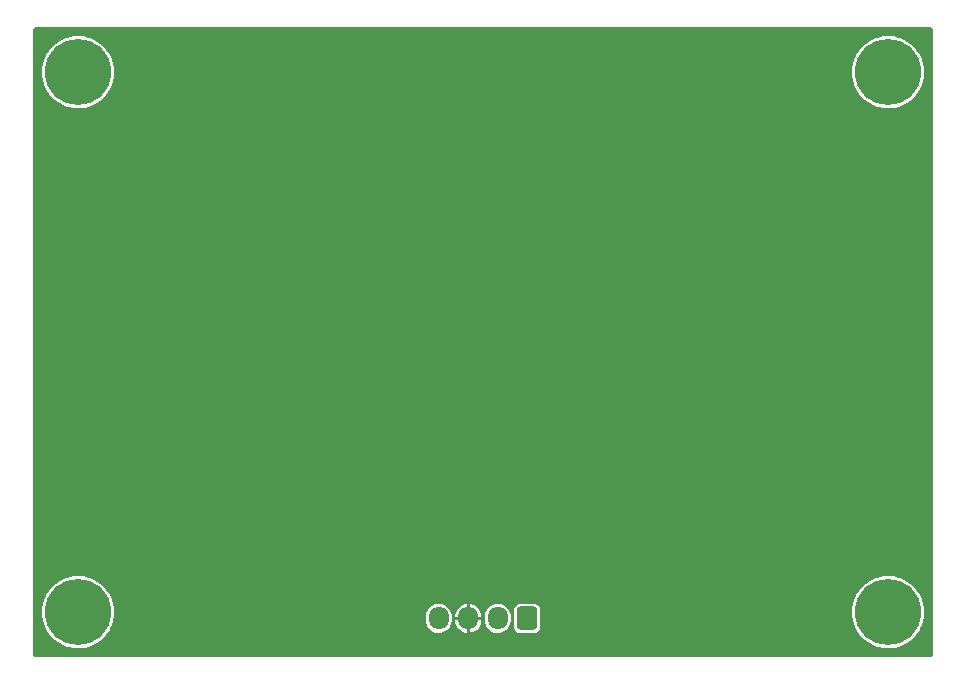
<source format=gbr>
%TF.GenerationSoftware,KiCad,Pcbnew,6.0.2+dfsg-1*%
%TF.CreationDate,2023-01-22T10:21:04-05:00*%
%TF.ProjectId,dragon-light-panel,64726167-6f6e-42d6-9c69-6768742d7061,rev?*%
%TF.SameCoordinates,Original*%
%TF.FileFunction,Copper,L2,Bot*%
%TF.FilePolarity,Positive*%
%FSLAX46Y46*%
G04 Gerber Fmt 4.6, Leading zero omitted, Abs format (unit mm)*
G04 Created by KiCad (PCBNEW 6.0.2+dfsg-1) date 2023-01-22 10:21:04*
%MOMM*%
%LPD*%
G01*
G04 APERTURE LIST*
G04 Aperture macros list*
%AMRoundRect*
0 Rectangle with rounded corners*
0 $1 Rounding radius*
0 $2 $3 $4 $5 $6 $7 $8 $9 X,Y pos of 4 corners*
0 Add a 4 corners polygon primitive as box body*
4,1,4,$2,$3,$4,$5,$6,$7,$8,$9,$2,$3,0*
0 Add four circle primitives for the rounded corners*
1,1,$1+$1,$2,$3*
1,1,$1+$1,$4,$5*
1,1,$1+$1,$6,$7*
1,1,$1+$1,$8,$9*
0 Add four rect primitives between the rounded corners*
20,1,$1+$1,$2,$3,$4,$5,0*
20,1,$1+$1,$4,$5,$6,$7,0*
20,1,$1+$1,$6,$7,$8,$9,0*
20,1,$1+$1,$8,$9,$2,$3,0*%
G04 Aperture macros list end*
%TA.AperFunction,ComponentPad*%
%ADD10C,5.600000*%
%TD*%
%TA.AperFunction,ComponentPad*%
%ADD11RoundRect,0.250000X0.600000X0.725000X-0.600000X0.725000X-0.600000X-0.725000X0.600000X-0.725000X0*%
%TD*%
%TA.AperFunction,ComponentPad*%
%ADD12O,1.700000X1.950000*%
%TD*%
G04 APERTURE END LIST*
D10*
%TO.P,H3,1,1*%
%TO.N,N/C*%
X55880000Y-43180000D03*
%TD*%
%TO.P,H2,1,1*%
%TO.N,N/C*%
X55880000Y-88900000D03*
%TD*%
%TO.P,H1,1,1*%
%TO.N,N/C*%
X124460000Y-43180000D03*
%TD*%
%TO.P,H4,1,1*%
%TO.N,N/C*%
X124460000Y-88900000D03*
%TD*%
D11*
%TO.P,J1,1,Pin_1*%
%TO.N,BANK_1*%
X93920000Y-89425000D03*
D12*
%TO.P,J1,2,Pin_2*%
%TO.N,+12V*%
X91420000Y-89425000D03*
%TO.P,J1,3,Pin_3*%
%TO.N,GND*%
X88920000Y-89425000D03*
%TO.P,J1,4,Pin_4*%
%TO.N,BANK_2*%
X86420000Y-89425000D03*
%TD*%
%TA.AperFunction,Conductor*%
%TO.N,GND*%
G36*
X128028171Y-39372421D02*
G01*
X128088622Y-39384446D01*
X128134042Y-39403260D01*
X128174766Y-39430471D01*
X128209529Y-39465234D01*
X128236740Y-39505958D01*
X128255554Y-39551378D01*
X128267579Y-39611829D01*
X128270000Y-39636411D01*
X128270000Y-92443589D01*
X128267579Y-92468171D01*
X128255554Y-92528622D01*
X128236740Y-92574042D01*
X128209529Y-92614766D01*
X128174766Y-92649529D01*
X128134042Y-92676740D01*
X128088622Y-92695554D01*
X128028171Y-92707579D01*
X128003589Y-92710000D01*
X52336411Y-92710000D01*
X52311829Y-92707579D01*
X52251378Y-92695554D01*
X52205958Y-92676740D01*
X52165234Y-92649529D01*
X52130471Y-92614766D01*
X52103260Y-92574042D01*
X52084446Y-92528622D01*
X52072421Y-92468171D01*
X52070000Y-92443589D01*
X52070000Y-88857285D01*
X52820985Y-88857285D01*
X52835288Y-89198537D01*
X52887540Y-89536067D01*
X52888462Y-89539459D01*
X52888462Y-89539461D01*
X52904819Y-89599666D01*
X52977091Y-89865669D01*
X52978381Y-89868928D01*
X52978383Y-89868933D01*
X53056266Y-90065640D01*
X53102825Y-90183235D01*
X53104470Y-90186329D01*
X53104471Y-90186331D01*
X53248008Y-90456285D01*
X53263173Y-90484807D01*
X53265163Y-90487713D01*
X53265164Y-90487715D01*
X53454147Y-90763718D01*
X53454152Y-90763724D01*
X53456138Y-90766625D01*
X53679314Y-91025177D01*
X53929921Y-91257241D01*
X54204833Y-91459924D01*
X54207870Y-91461678D01*
X54207874Y-91461680D01*
X54322444Y-91527827D01*
X54500624Y-91630699D01*
X54623621Y-91684435D01*
X54810388Y-91766032D01*
X54810391Y-91766033D01*
X54813609Y-91767439D01*
X54816966Y-91768478D01*
X54816971Y-91768480D01*
X54952639Y-91810476D01*
X55139885Y-91868438D01*
X55475386Y-91932439D01*
X55730610Y-91952077D01*
X55812434Y-91958373D01*
X55812435Y-91958373D01*
X55815931Y-91958642D01*
X56022793Y-91951418D01*
X56153758Y-91946845D01*
X56153763Y-91946845D01*
X56157273Y-91946722D01*
X56326216Y-91921775D01*
X56491681Y-91897341D01*
X56491686Y-91897340D01*
X56495160Y-91896827D01*
X56498552Y-91895931D01*
X56498556Y-91895930D01*
X56821989Y-91810476D01*
X56821990Y-91810476D01*
X56825380Y-91809580D01*
X57143816Y-91686066D01*
X57446499Y-91527827D01*
X57729658Y-91336834D01*
X57820729Y-91259327D01*
X57987089Y-91117743D01*
X57987090Y-91117742D01*
X57989762Y-91115468D01*
X58077058Y-91022507D01*
X58221159Y-90869056D01*
X58221163Y-90869051D01*
X58223570Y-90866488D01*
X58225675Y-90863674D01*
X58225681Y-90863667D01*
X58422763Y-90600221D01*
X58428167Y-90592998D01*
X58449984Y-90555813D01*
X58547321Y-90389904D01*
X58601003Y-90298406D01*
X58626121Y-90241990D01*
X58738492Y-89989600D01*
X58738494Y-89989595D01*
X58739924Y-89986383D01*
X58843199Y-89660820D01*
X58854715Y-89602659D01*
X85315500Y-89602659D01*
X85330493Y-89759806D01*
X85389823Y-89962042D01*
X85404016Y-89989600D01*
X85443180Y-90065640D01*
X85486324Y-90149410D01*
X85512894Y-90183235D01*
X85612808Y-90310432D01*
X85612812Y-90310436D01*
X85616514Y-90315149D01*
X85621044Y-90319080D01*
X85621045Y-90319081D01*
X85771165Y-90449350D01*
X85771170Y-90449354D01*
X85775696Y-90453281D01*
X85958126Y-90558819D01*
X86157222Y-90627957D01*
X86163155Y-90628817D01*
X86163158Y-90628818D01*
X86359860Y-90657338D01*
X86359863Y-90657338D01*
X86365800Y-90658199D01*
X86576333Y-90648455D01*
X86582157Y-90647051D01*
X86582160Y-90647051D01*
X86775393Y-90600482D01*
X86775395Y-90600481D01*
X86781226Y-90599076D01*
X86786684Y-90596594D01*
X86786688Y-90596593D01*
X86964414Y-90515785D01*
X86973084Y-90511843D01*
X87144986Y-90389904D01*
X87290728Y-90237660D01*
X87344666Y-90154125D01*
X87401800Y-90065640D01*
X87401801Y-90065637D01*
X87405052Y-90060603D01*
X87483834Y-89865122D01*
X87524229Y-89658271D01*
X87524500Y-89652730D01*
X87524500Y-89599644D01*
X87816000Y-89599644D01*
X87816285Y-89605621D01*
X87830416Y-89753734D01*
X87832676Y-89765472D01*
X87888598Y-89956091D01*
X87893039Y-89967194D01*
X87984000Y-90143807D01*
X87990450Y-90153853D01*
X88113171Y-90310086D01*
X88121408Y-90318735D01*
X88271457Y-90448940D01*
X88281183Y-90455877D01*
X88453139Y-90555357D01*
X88464003Y-90560331D01*
X88651676Y-90625502D01*
X88663278Y-90628330D01*
X88775071Y-90644539D01*
X88789007Y-90642553D01*
X88792349Y-90631197D01*
X89047000Y-90631197D01*
X89051475Y-90646436D01*
X89051689Y-90646622D01*
X89062007Y-90648618D01*
X89070273Y-90648235D01*
X89082090Y-90646554D01*
X89275229Y-90600007D01*
X89286524Y-90596118D01*
X89467379Y-90513888D01*
X89477721Y-90507941D01*
X89639772Y-90392990D01*
X89648800Y-90385197D01*
X89786189Y-90241679D01*
X89793585Y-90232314D01*
X89901354Y-90065410D01*
X89906850Y-90054806D01*
X89981108Y-89870548D01*
X89984502Y-89859089D01*
X90022861Y-89662668D01*
X90023934Y-89653832D01*
X90024000Y-89651129D01*
X90024000Y-89602659D01*
X90315500Y-89602659D01*
X90330493Y-89759806D01*
X90389823Y-89962042D01*
X90404016Y-89989600D01*
X90443180Y-90065640D01*
X90486324Y-90149410D01*
X90512894Y-90183235D01*
X90612808Y-90310432D01*
X90612812Y-90310436D01*
X90616514Y-90315149D01*
X90621044Y-90319080D01*
X90621045Y-90319081D01*
X90771165Y-90449350D01*
X90771170Y-90449354D01*
X90775696Y-90453281D01*
X90958126Y-90558819D01*
X91157222Y-90627957D01*
X91163155Y-90628817D01*
X91163158Y-90628818D01*
X91359860Y-90657338D01*
X91359863Y-90657338D01*
X91365800Y-90658199D01*
X91576333Y-90648455D01*
X91582157Y-90647051D01*
X91582160Y-90647051D01*
X91775393Y-90600482D01*
X91775395Y-90600481D01*
X91781226Y-90599076D01*
X91786684Y-90596594D01*
X91786688Y-90596593D01*
X91964414Y-90515785D01*
X91973084Y-90511843D01*
X92144986Y-90389904D01*
X92290728Y-90237660D01*
X92316494Y-90197756D01*
X92815500Y-90197756D01*
X92822202Y-90259448D01*
X92872929Y-90394764D01*
X92878309Y-90401943D01*
X92878311Y-90401946D01*
X92916785Y-90453281D01*
X92959596Y-90510404D01*
X92966776Y-90515785D01*
X93068054Y-90591689D01*
X93068057Y-90591691D01*
X93075236Y-90597071D01*
X93159922Y-90628818D01*
X93203157Y-90645026D01*
X93203159Y-90645026D01*
X93210552Y-90647798D01*
X93218402Y-90648651D01*
X93218403Y-90648651D01*
X93219149Y-90648732D01*
X93272244Y-90654500D01*
X94567756Y-90654500D01*
X94620851Y-90648732D01*
X94621597Y-90648651D01*
X94621598Y-90648651D01*
X94629448Y-90647798D01*
X94636841Y-90645026D01*
X94636843Y-90645026D01*
X94680078Y-90628818D01*
X94764764Y-90597071D01*
X94771943Y-90591691D01*
X94771946Y-90591689D01*
X94873224Y-90515785D01*
X94880404Y-90510404D01*
X94923215Y-90453281D01*
X94961689Y-90401946D01*
X94961691Y-90401943D01*
X94967071Y-90394764D01*
X95017798Y-90259448D01*
X95024500Y-90197756D01*
X95024500Y-88857285D01*
X121400985Y-88857285D01*
X121415288Y-89198537D01*
X121467540Y-89536067D01*
X121468462Y-89539459D01*
X121468462Y-89539461D01*
X121484819Y-89599666D01*
X121557091Y-89865669D01*
X121558381Y-89868928D01*
X121558383Y-89868933D01*
X121636266Y-90065640D01*
X121682825Y-90183235D01*
X121684470Y-90186329D01*
X121684471Y-90186331D01*
X121828008Y-90456285D01*
X121843173Y-90484807D01*
X121845163Y-90487713D01*
X121845164Y-90487715D01*
X122034147Y-90763718D01*
X122034152Y-90763724D01*
X122036138Y-90766625D01*
X122259314Y-91025177D01*
X122509921Y-91257241D01*
X122784833Y-91459924D01*
X122787870Y-91461678D01*
X122787874Y-91461680D01*
X122902444Y-91527827D01*
X123080624Y-91630699D01*
X123203621Y-91684435D01*
X123390388Y-91766032D01*
X123390391Y-91766033D01*
X123393609Y-91767439D01*
X123396966Y-91768478D01*
X123396971Y-91768480D01*
X123532639Y-91810476D01*
X123719885Y-91868438D01*
X124055386Y-91932439D01*
X124310610Y-91952077D01*
X124392434Y-91958373D01*
X124392435Y-91958373D01*
X124395931Y-91958642D01*
X124602793Y-91951418D01*
X124733758Y-91946845D01*
X124733763Y-91946845D01*
X124737273Y-91946722D01*
X124906216Y-91921775D01*
X125071681Y-91897341D01*
X125071686Y-91897340D01*
X125075160Y-91896827D01*
X125078552Y-91895931D01*
X125078556Y-91895930D01*
X125401989Y-91810476D01*
X125401990Y-91810476D01*
X125405380Y-91809580D01*
X125723816Y-91686066D01*
X126026499Y-91527827D01*
X126309658Y-91336834D01*
X126400729Y-91259327D01*
X126567089Y-91117743D01*
X126567090Y-91117742D01*
X126569762Y-91115468D01*
X126657058Y-91022507D01*
X126801159Y-90869056D01*
X126801163Y-90869051D01*
X126803570Y-90866488D01*
X126805675Y-90863674D01*
X126805681Y-90863667D01*
X127002763Y-90600221D01*
X127008167Y-90592998D01*
X127029984Y-90555813D01*
X127127321Y-90389904D01*
X127181003Y-90298406D01*
X127206121Y-90241990D01*
X127318492Y-89989600D01*
X127318494Y-89989595D01*
X127319924Y-89986383D01*
X127423199Y-89660820D01*
X127489540Y-89325774D01*
X127517659Y-88990911D01*
X127517937Y-88987605D01*
X127517938Y-88987594D01*
X127518120Y-88985421D01*
X127518204Y-88979452D01*
X127519283Y-88902178D01*
X127519283Y-88902166D01*
X127519313Y-88900000D01*
X127518973Y-88893909D01*
X127502012Y-88590552D01*
X127500247Y-88558982D01*
X127483000Y-88457010D01*
X127443874Y-88225683D01*
X127443873Y-88225678D01*
X127443287Y-88222214D01*
X127349143Y-87893894D01*
X127303365Y-87782829D01*
X127220326Y-87581359D01*
X127220322Y-87581351D01*
X127218988Y-87578114D01*
X127054445Y-87278811D01*
X127031168Y-87245813D01*
X126859595Y-87002594D01*
X126859594Y-87002593D01*
X126857564Y-86999715D01*
X126630799Y-86744303D01*
X126376977Y-86515761D01*
X126339916Y-86489228D01*
X126102129Y-86318989D01*
X126102122Y-86318985D01*
X126099262Y-86316937D01*
X125801115Y-86150308D01*
X125486251Y-86017951D01*
X125482882Y-86016960D01*
X125482878Y-86016958D01*
X125350990Y-85978141D01*
X125158597Y-85921517D01*
X125155138Y-85920907D01*
X125155129Y-85920905D01*
X124922591Y-85879903D01*
X124822235Y-85862208D01*
X124743811Y-85857274D01*
X124484876Y-85840983D01*
X124484870Y-85840983D01*
X124481358Y-85840762D01*
X124401603Y-85844663D01*
X124143722Y-85857274D01*
X124143713Y-85857275D01*
X124140215Y-85857446D01*
X124136747Y-85858008D01*
X124136744Y-85858008D01*
X123806532Y-85911491D01*
X123806529Y-85911492D01*
X123803057Y-85912054D01*
X123799670Y-85913000D01*
X123799664Y-85913001D01*
X123528941Y-85988589D01*
X123474088Y-86003904D01*
X123435947Y-86019314D01*
X123160672Y-86130532D01*
X123160668Y-86130534D01*
X123157408Y-86131851D01*
X123154321Y-86133520D01*
X123154317Y-86133522D01*
X123125793Y-86148945D01*
X122856963Y-86294301D01*
X122576499Y-86489228D01*
X122573857Y-86491541D01*
X122573853Y-86491544D01*
X122543498Y-86518118D01*
X122319511Y-86714204D01*
X122089202Y-86966425D01*
X121888444Y-87242745D01*
X121886702Y-87245811D01*
X121886701Y-87245813D01*
X121867956Y-87278811D01*
X121719737Y-87539722D01*
X121585186Y-87853653D01*
X121486467Y-88180627D01*
X121466538Y-88289213D01*
X121434525Y-88463640D01*
X121424811Y-88516566D01*
X121400985Y-88857285D01*
X95024500Y-88857285D01*
X95024500Y-88652244D01*
X95017798Y-88590552D01*
X94967071Y-88455236D01*
X94961691Y-88448057D01*
X94961689Y-88448054D01*
X94885785Y-88346776D01*
X94880404Y-88339596D01*
X94815804Y-88291181D01*
X94771946Y-88258311D01*
X94771943Y-88258309D01*
X94764764Y-88252929D01*
X94673732Y-88218803D01*
X94636843Y-88204974D01*
X94636841Y-88204974D01*
X94629448Y-88202202D01*
X94621598Y-88201349D01*
X94621597Y-88201349D01*
X94571153Y-88195869D01*
X94571152Y-88195869D01*
X94567756Y-88195500D01*
X93272244Y-88195500D01*
X93268848Y-88195869D01*
X93268847Y-88195869D01*
X93218403Y-88201349D01*
X93218402Y-88201349D01*
X93210552Y-88202202D01*
X93203159Y-88204974D01*
X93203157Y-88204974D01*
X93166268Y-88218803D01*
X93075236Y-88252929D01*
X93068057Y-88258309D01*
X93068054Y-88258311D01*
X93024196Y-88291181D01*
X92959596Y-88339596D01*
X92954215Y-88346776D01*
X92878311Y-88448054D01*
X92878309Y-88448057D01*
X92872929Y-88455236D01*
X92822202Y-88590552D01*
X92815500Y-88652244D01*
X92815500Y-90197756D01*
X92316494Y-90197756D01*
X92344666Y-90154125D01*
X92401800Y-90065640D01*
X92401801Y-90065637D01*
X92405052Y-90060603D01*
X92483834Y-89865122D01*
X92524229Y-89658271D01*
X92524500Y-89652730D01*
X92524500Y-89247341D01*
X92509507Y-89090194D01*
X92479411Y-88987605D01*
X92451868Y-88893722D01*
X92450177Y-88887958D01*
X92396939Y-88784590D01*
X92356422Y-88705921D01*
X92356420Y-88705918D01*
X92353676Y-88700590D01*
X92281198Y-88608321D01*
X92227192Y-88539568D01*
X92227188Y-88539564D01*
X92223486Y-88534851D01*
X92198431Y-88513109D01*
X92068835Y-88400650D01*
X92068830Y-88400646D01*
X92064304Y-88396719D01*
X91881874Y-88291181D01*
X91682778Y-88222043D01*
X91676845Y-88221183D01*
X91676842Y-88221182D01*
X91480140Y-88192662D01*
X91480137Y-88192662D01*
X91474200Y-88191801D01*
X91263667Y-88201545D01*
X91257843Y-88202949D01*
X91257840Y-88202949D01*
X91064607Y-88249518D01*
X91064605Y-88249519D01*
X91058774Y-88250924D01*
X91053316Y-88253406D01*
X91053312Y-88253407D01*
X90938706Y-88305516D01*
X90866916Y-88338157D01*
X90695014Y-88460096D01*
X90549272Y-88612340D01*
X90546021Y-88617375D01*
X90488848Y-88705921D01*
X90434948Y-88789397D01*
X90356166Y-88984878D01*
X90315771Y-89191729D01*
X90315500Y-89197270D01*
X90315500Y-89602659D01*
X90024000Y-89602659D01*
X90024000Y-89570115D01*
X90019525Y-89554876D01*
X90018135Y-89553671D01*
X90010452Y-89552000D01*
X89065115Y-89552000D01*
X89049876Y-89556475D01*
X89048671Y-89557865D01*
X89047000Y-89565548D01*
X89047000Y-90631197D01*
X88792349Y-90631197D01*
X88793000Y-90628985D01*
X88793000Y-89570115D01*
X88788525Y-89554876D01*
X88787135Y-89553671D01*
X88779452Y-89552000D01*
X87834115Y-89552000D01*
X87818876Y-89556475D01*
X87817671Y-89557865D01*
X87816000Y-89565548D01*
X87816000Y-89599644D01*
X87524500Y-89599644D01*
X87524500Y-89279885D01*
X87816000Y-89279885D01*
X87820475Y-89295124D01*
X87821865Y-89296329D01*
X87829548Y-89298000D01*
X88774885Y-89298000D01*
X88790124Y-89293525D01*
X88791329Y-89292135D01*
X88793000Y-89284452D01*
X88793000Y-89279885D01*
X89047000Y-89279885D01*
X89051475Y-89295124D01*
X89052865Y-89296329D01*
X89060548Y-89298000D01*
X90005885Y-89298000D01*
X90021124Y-89293525D01*
X90022329Y-89292135D01*
X90024000Y-89284452D01*
X90024000Y-89250356D01*
X90023715Y-89244379D01*
X90009584Y-89096266D01*
X90007324Y-89084528D01*
X89951402Y-88893909D01*
X89946961Y-88882806D01*
X89856000Y-88706193D01*
X89849550Y-88696147D01*
X89726829Y-88539914D01*
X89718592Y-88531265D01*
X89568543Y-88401060D01*
X89558817Y-88394123D01*
X89386861Y-88294643D01*
X89375997Y-88289669D01*
X89188324Y-88224498D01*
X89176722Y-88221670D01*
X89064929Y-88205461D01*
X89050993Y-88207447D01*
X89047000Y-88221015D01*
X89047000Y-89279885D01*
X88793000Y-89279885D01*
X88793000Y-88218803D01*
X88788525Y-88203564D01*
X88788311Y-88203378D01*
X88777993Y-88201382D01*
X88769727Y-88201765D01*
X88757910Y-88203446D01*
X88564771Y-88249993D01*
X88553476Y-88253882D01*
X88372621Y-88336112D01*
X88362279Y-88342059D01*
X88200228Y-88457010D01*
X88191200Y-88464803D01*
X88053811Y-88608321D01*
X88046415Y-88617686D01*
X87938646Y-88784590D01*
X87933150Y-88795194D01*
X87858892Y-88979452D01*
X87855498Y-88990911D01*
X87817139Y-89187332D01*
X87816066Y-89196168D01*
X87816000Y-89198871D01*
X87816000Y-89279885D01*
X87524500Y-89279885D01*
X87524500Y-89247341D01*
X87509507Y-89090194D01*
X87479411Y-88987605D01*
X87451868Y-88893722D01*
X87450177Y-88887958D01*
X87396939Y-88784590D01*
X87356422Y-88705921D01*
X87356420Y-88705918D01*
X87353676Y-88700590D01*
X87281198Y-88608321D01*
X87227192Y-88539568D01*
X87227188Y-88539564D01*
X87223486Y-88534851D01*
X87198431Y-88513109D01*
X87068835Y-88400650D01*
X87068830Y-88400646D01*
X87064304Y-88396719D01*
X86881874Y-88291181D01*
X86682778Y-88222043D01*
X86676845Y-88221183D01*
X86676842Y-88221182D01*
X86480140Y-88192662D01*
X86480137Y-88192662D01*
X86474200Y-88191801D01*
X86263667Y-88201545D01*
X86257843Y-88202949D01*
X86257840Y-88202949D01*
X86064607Y-88249518D01*
X86064605Y-88249519D01*
X86058774Y-88250924D01*
X86053316Y-88253406D01*
X86053312Y-88253407D01*
X85938706Y-88305516D01*
X85866916Y-88338157D01*
X85695014Y-88460096D01*
X85549272Y-88612340D01*
X85546021Y-88617375D01*
X85488848Y-88705921D01*
X85434948Y-88789397D01*
X85356166Y-88984878D01*
X85315771Y-89191729D01*
X85315500Y-89197270D01*
X85315500Y-89602659D01*
X58854715Y-89602659D01*
X58909540Y-89325774D01*
X58937659Y-88990911D01*
X58937937Y-88987605D01*
X58937938Y-88987594D01*
X58938120Y-88985421D01*
X58938204Y-88979452D01*
X58939283Y-88902178D01*
X58939283Y-88902166D01*
X58939313Y-88900000D01*
X58938973Y-88893909D01*
X58922012Y-88590552D01*
X58920247Y-88558982D01*
X58903000Y-88457010D01*
X58863874Y-88225683D01*
X58863873Y-88225678D01*
X58863287Y-88222214D01*
X58769143Y-87893894D01*
X58723365Y-87782829D01*
X58640326Y-87581359D01*
X58640322Y-87581351D01*
X58638988Y-87578114D01*
X58474445Y-87278811D01*
X58451168Y-87245813D01*
X58279595Y-87002594D01*
X58279594Y-87002593D01*
X58277564Y-86999715D01*
X58050799Y-86744303D01*
X57796977Y-86515761D01*
X57759916Y-86489228D01*
X57522129Y-86318989D01*
X57522122Y-86318985D01*
X57519262Y-86316937D01*
X57221115Y-86150308D01*
X56906251Y-86017951D01*
X56902882Y-86016960D01*
X56902878Y-86016958D01*
X56770990Y-85978141D01*
X56578597Y-85921517D01*
X56575138Y-85920907D01*
X56575129Y-85920905D01*
X56342591Y-85879903D01*
X56242235Y-85862208D01*
X56163811Y-85857274D01*
X55904876Y-85840983D01*
X55904870Y-85840983D01*
X55901358Y-85840762D01*
X55821603Y-85844663D01*
X55563722Y-85857274D01*
X55563713Y-85857275D01*
X55560215Y-85857446D01*
X55556747Y-85858008D01*
X55556744Y-85858008D01*
X55226532Y-85911491D01*
X55226529Y-85911492D01*
X55223057Y-85912054D01*
X55219670Y-85913000D01*
X55219664Y-85913001D01*
X54948941Y-85988589D01*
X54894088Y-86003904D01*
X54855947Y-86019314D01*
X54580672Y-86130532D01*
X54580668Y-86130534D01*
X54577408Y-86131851D01*
X54574321Y-86133520D01*
X54574317Y-86133522D01*
X54545793Y-86148945D01*
X54276963Y-86294301D01*
X53996499Y-86489228D01*
X53993857Y-86491541D01*
X53993853Y-86491544D01*
X53963498Y-86518118D01*
X53739511Y-86714204D01*
X53509202Y-86966425D01*
X53308444Y-87242745D01*
X53306702Y-87245811D01*
X53306701Y-87245813D01*
X53287956Y-87278811D01*
X53139737Y-87539722D01*
X53005186Y-87853653D01*
X52906467Y-88180627D01*
X52886538Y-88289213D01*
X52854525Y-88463640D01*
X52844811Y-88516566D01*
X52820985Y-88857285D01*
X52070000Y-88857285D01*
X52070000Y-43137285D01*
X52820985Y-43137285D01*
X52835288Y-43478537D01*
X52887540Y-43816067D01*
X52977091Y-44145669D01*
X53102825Y-44463235D01*
X53104470Y-44466329D01*
X53104471Y-44466331D01*
X53165678Y-44581444D01*
X53263173Y-44764807D01*
X53265163Y-44767713D01*
X53265164Y-44767715D01*
X53454147Y-45043718D01*
X53454152Y-45043724D01*
X53456138Y-45046625D01*
X53679314Y-45305177D01*
X53929921Y-45537241D01*
X54204833Y-45739924D01*
X54207870Y-45741678D01*
X54207874Y-45741680D01*
X54322444Y-45807827D01*
X54500624Y-45910699D01*
X54623621Y-45964435D01*
X54810388Y-46046032D01*
X54810391Y-46046033D01*
X54813609Y-46047439D01*
X54816966Y-46048478D01*
X54816971Y-46048480D01*
X54952639Y-46090476D01*
X55139885Y-46148438D01*
X55475386Y-46212439D01*
X55730610Y-46232077D01*
X55812434Y-46238373D01*
X55812435Y-46238373D01*
X55815931Y-46238642D01*
X56022793Y-46231418D01*
X56153758Y-46226845D01*
X56153763Y-46226845D01*
X56157273Y-46226722D01*
X56326216Y-46201775D01*
X56491681Y-46177341D01*
X56491686Y-46177340D01*
X56495160Y-46176827D01*
X56498552Y-46175931D01*
X56498556Y-46175930D01*
X56821989Y-46090476D01*
X56821990Y-46090476D01*
X56825380Y-46089580D01*
X57143816Y-45966066D01*
X57446499Y-45807827D01*
X57729658Y-45616834D01*
X57820729Y-45539327D01*
X57987089Y-45397743D01*
X57987090Y-45397742D01*
X57989762Y-45395468D01*
X58077058Y-45302507D01*
X58221159Y-45149056D01*
X58221163Y-45149051D01*
X58223570Y-45146488D01*
X58225675Y-45143674D01*
X58225681Y-45143667D01*
X58426058Y-44875817D01*
X58428167Y-44872998D01*
X58601003Y-44578406D01*
X58739924Y-44266383D01*
X58843199Y-43940820D01*
X58909540Y-43605774D01*
X58938120Y-43265421D01*
X58939313Y-43180000D01*
X58936926Y-43137285D01*
X121400985Y-43137285D01*
X121415288Y-43478537D01*
X121467540Y-43816067D01*
X121557091Y-44145669D01*
X121682825Y-44463235D01*
X121684470Y-44466329D01*
X121684471Y-44466331D01*
X121745678Y-44581444D01*
X121843173Y-44764807D01*
X121845163Y-44767713D01*
X121845164Y-44767715D01*
X122034147Y-45043718D01*
X122034152Y-45043724D01*
X122036138Y-45046625D01*
X122259314Y-45305177D01*
X122509921Y-45537241D01*
X122784833Y-45739924D01*
X122787870Y-45741678D01*
X122787874Y-45741680D01*
X122902444Y-45807827D01*
X123080624Y-45910699D01*
X123203621Y-45964435D01*
X123390388Y-46046032D01*
X123390391Y-46046033D01*
X123393609Y-46047439D01*
X123396966Y-46048478D01*
X123396971Y-46048480D01*
X123532639Y-46090476D01*
X123719885Y-46148438D01*
X124055386Y-46212439D01*
X124310610Y-46232077D01*
X124392434Y-46238373D01*
X124392435Y-46238373D01*
X124395931Y-46238642D01*
X124602793Y-46231418D01*
X124733758Y-46226845D01*
X124733763Y-46226845D01*
X124737273Y-46226722D01*
X124906216Y-46201775D01*
X125071681Y-46177341D01*
X125071686Y-46177340D01*
X125075160Y-46176827D01*
X125078552Y-46175931D01*
X125078556Y-46175930D01*
X125401989Y-46090476D01*
X125401990Y-46090476D01*
X125405380Y-46089580D01*
X125723816Y-45966066D01*
X126026499Y-45807827D01*
X126309658Y-45616834D01*
X126400729Y-45539327D01*
X126567089Y-45397743D01*
X126567090Y-45397742D01*
X126569762Y-45395468D01*
X126657058Y-45302507D01*
X126801159Y-45149056D01*
X126801163Y-45149051D01*
X126803570Y-45146488D01*
X126805675Y-45143674D01*
X126805681Y-45143667D01*
X127006058Y-44875817D01*
X127008167Y-44872998D01*
X127181003Y-44578406D01*
X127319924Y-44266383D01*
X127423199Y-43940820D01*
X127489540Y-43605774D01*
X127518120Y-43265421D01*
X127519313Y-43180000D01*
X127516729Y-43133767D01*
X127500443Y-42842491D01*
X127500247Y-42838982D01*
X127443287Y-42502214D01*
X127349143Y-42173894D01*
X127303365Y-42062829D01*
X127220326Y-41861359D01*
X127220322Y-41861351D01*
X127218988Y-41858114D01*
X127054445Y-41558811D01*
X127031168Y-41525813D01*
X126859595Y-41282594D01*
X126859594Y-41282593D01*
X126857564Y-41279715D01*
X126630799Y-41024303D01*
X126376977Y-40795761D01*
X126339916Y-40769228D01*
X126102129Y-40598989D01*
X126102122Y-40598985D01*
X126099262Y-40596937D01*
X125801115Y-40430308D01*
X125486251Y-40297951D01*
X125482882Y-40296960D01*
X125482878Y-40296958D01*
X125350990Y-40258141D01*
X125158597Y-40201517D01*
X125155138Y-40200907D01*
X125155129Y-40200905D01*
X124922591Y-40159903D01*
X124822235Y-40142208D01*
X124743811Y-40137274D01*
X124484876Y-40120983D01*
X124484870Y-40120983D01*
X124481358Y-40120762D01*
X124401603Y-40124663D01*
X124143722Y-40137274D01*
X124143713Y-40137275D01*
X124140215Y-40137446D01*
X124136747Y-40138008D01*
X124136744Y-40138008D01*
X123806532Y-40191491D01*
X123806529Y-40191492D01*
X123803057Y-40192054D01*
X123799670Y-40193000D01*
X123799664Y-40193001D01*
X123528941Y-40268589D01*
X123474088Y-40283904D01*
X123435947Y-40299314D01*
X123160672Y-40410532D01*
X123160668Y-40410534D01*
X123157408Y-40411851D01*
X123154321Y-40413520D01*
X123154317Y-40413522D01*
X123125793Y-40428945D01*
X122856963Y-40574301D01*
X122576499Y-40769228D01*
X122573857Y-40771541D01*
X122573853Y-40771544D01*
X122543498Y-40798118D01*
X122319511Y-40994204D01*
X122089202Y-41246425D01*
X121888444Y-41522745D01*
X121886702Y-41525811D01*
X121886701Y-41525813D01*
X121867956Y-41558811D01*
X121719737Y-41819722D01*
X121585186Y-42133653D01*
X121486467Y-42460627D01*
X121424811Y-42796566D01*
X121400985Y-43137285D01*
X58936926Y-43137285D01*
X58936729Y-43133767D01*
X58920443Y-42842491D01*
X58920247Y-42838982D01*
X58863287Y-42502214D01*
X58769143Y-42173894D01*
X58723365Y-42062829D01*
X58640326Y-41861359D01*
X58640322Y-41861351D01*
X58638988Y-41858114D01*
X58474445Y-41558811D01*
X58451168Y-41525813D01*
X58279595Y-41282594D01*
X58279594Y-41282593D01*
X58277564Y-41279715D01*
X58050799Y-41024303D01*
X57796977Y-40795761D01*
X57759916Y-40769228D01*
X57522129Y-40598989D01*
X57522122Y-40598985D01*
X57519262Y-40596937D01*
X57221115Y-40430308D01*
X56906251Y-40297951D01*
X56902882Y-40296960D01*
X56902878Y-40296958D01*
X56770990Y-40258141D01*
X56578597Y-40201517D01*
X56575138Y-40200907D01*
X56575129Y-40200905D01*
X56342591Y-40159903D01*
X56242235Y-40142208D01*
X56163811Y-40137274D01*
X55904876Y-40120983D01*
X55904870Y-40120983D01*
X55901358Y-40120762D01*
X55821603Y-40124663D01*
X55563722Y-40137274D01*
X55563713Y-40137275D01*
X55560215Y-40137446D01*
X55556747Y-40138008D01*
X55556744Y-40138008D01*
X55226532Y-40191491D01*
X55226529Y-40191492D01*
X55223057Y-40192054D01*
X55219670Y-40193000D01*
X55219664Y-40193001D01*
X54948941Y-40268589D01*
X54894088Y-40283904D01*
X54855947Y-40299314D01*
X54580672Y-40410532D01*
X54580668Y-40410534D01*
X54577408Y-40411851D01*
X54574321Y-40413520D01*
X54574317Y-40413522D01*
X54545793Y-40428945D01*
X54276963Y-40574301D01*
X53996499Y-40769228D01*
X53993857Y-40771541D01*
X53993853Y-40771544D01*
X53963498Y-40798118D01*
X53739511Y-40994204D01*
X53509202Y-41246425D01*
X53308444Y-41522745D01*
X53306702Y-41525811D01*
X53306701Y-41525813D01*
X53287956Y-41558811D01*
X53139737Y-41819722D01*
X53005186Y-42133653D01*
X52906467Y-42460627D01*
X52844811Y-42796566D01*
X52820985Y-43137285D01*
X52070000Y-43137285D01*
X52070000Y-39636411D01*
X52072421Y-39611829D01*
X52084446Y-39551378D01*
X52103260Y-39505958D01*
X52130471Y-39465234D01*
X52165234Y-39430471D01*
X52205958Y-39403260D01*
X52251378Y-39384446D01*
X52311829Y-39372421D01*
X52336411Y-39370000D01*
X128003589Y-39370000D01*
X128028171Y-39372421D01*
G37*
%TD.AperFunction*%
%TD*%
M02*

</source>
